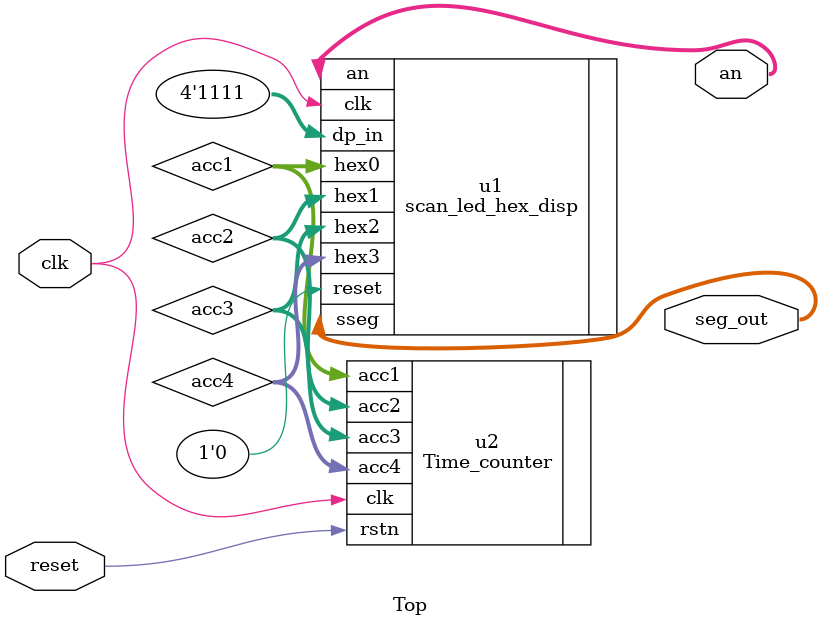
<source format=v>
module Top (input clk,
            input reset,
            output [6:0] seg_out,
            output [3:0] an);
    
    wire [3:0] acc1, acc2, acc3, acc4;
    
    scan_led_hex_disp u1 (.hex0(acc1),
    .hex1(acc2),
    .hex2(acc3),
    .hex3(acc4),
    .clk(clk),
    .reset(1'b0),
    .an(an),
    .sseg(seg_out),
    .dp_in(4'b1111)
    );
    
    Time_counter u2 (.clk(clk),
    .rstn(reset),
    .acc1(acc1),
    .acc2(acc2),
    .acc3(acc3),
    .acc4(acc4)
    );
    
    
    
    
endmodule //Top

</source>
